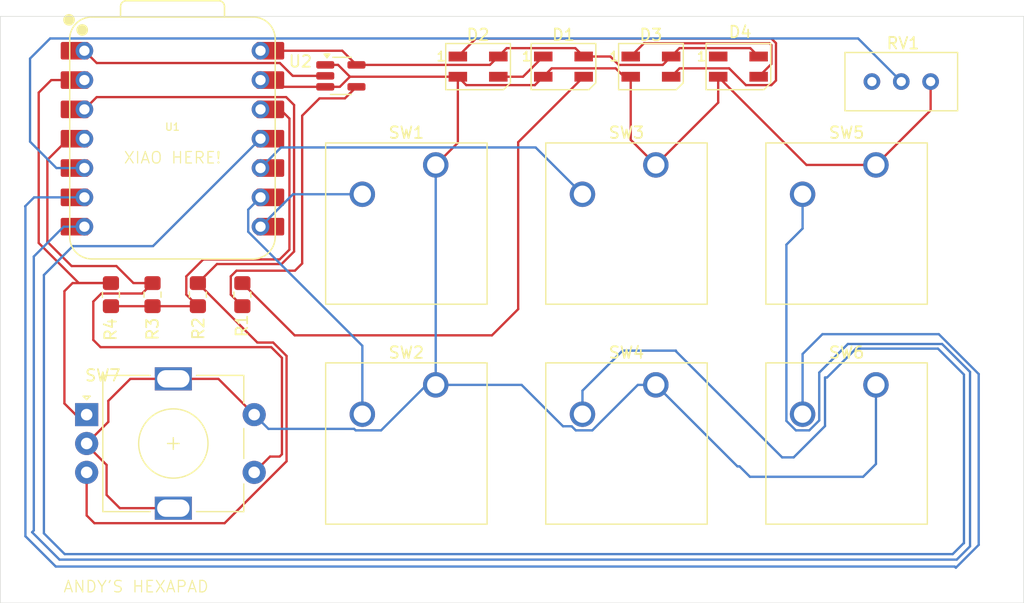
<source format=kicad_pcb>
(kicad_pcb (version 20241229) (generator "pcbnew") (generator_version "9.0")
  (layers (0 "F.Cu" signal) (2 "B.Cu" signal) (13 "F.Paste" user) (15 "B.Paste" user) (5 "F.SilkS" user "F.Silkscreen") (7 "B.SilkS" user "B.Silkscreen") (1 "F.Mask" user) (3 "B.Mask" user) (25 "Edge.Cuts" user))
  (net 0 "")
  (net 1 "Net-(D1-DIN)")
  (net 2 "Net-(D1-DOUT)")
  (net 3 "+5V")
  (net 4 "GND")
  (net 5 "Net-(D2-DOUT)")
  (net 6 "Net-(U1-GPIO1{slash}RX)")
  (net 7 "Net-(U1-GPIO2{slash}SCK)")
  (net 8 "Net-(U1-GPIO4{slash}MISO)")
  (net 9 "Net-(U1-GPIO3{slash}MOSI)")
  (net 10 "Net-(D3-DOUT)")
  (net 12 "Net-(R1-Pad2)")
  (net 13 "Net-(U1-GPIO28{slash}ADC2{slash}A2)")
  (net 14 "Net-(U1-3V3)")
  (net 15 "Net-(U1-GPIO29{slash}ADC3{slash}A3)")
  (net 16 "Net-(U1-GPIO27{slash}ADC1{slash}A1)")
  (net 17 "Net-(U1-GPIO6{slash}SDA)")
  (net 18 "+3V3")
  (net 19 "Net-(U1-GPIO0{slash}TX)")
  (net 20 "Net-(U1-GPIO7{slash}SCL)")
  (net 21 "Net-(U1-GPIO26{slash}ADC0{slash}A0)")
  (footprint "LED_SMD:LED_SK6812MINI_PLCC4_3.5x3.5mm_P1.75mm" (layer "F.Cu") (at 140.655 50.7)
    (property "Reference" "D4" (at 0.15 -2.995 0) (layer "F.SilkS"))
    (property "Value" "SK6812MINI")
    (fp_line (start -2.8 -2) (end -2.8 2) (stroke (width 0.12)) (layer "F.SilkS"))
    (fp_line (start -2.8 -2) (end 2.8 -2) (stroke (width 0.12)) (layer "F.SilkS"))
    (fp_line (start -2.8 2) (end 2.2 2) (stroke (width 0.12)) (layer "F.SilkS"))
    (fp_line (start 2.8 1.4) (end 2.2 2) (stroke (width 0.12)) (layer "F.SilkS"))
    (fp_line (start 2.8 1.4) (end 2.8 -2) (stroke (width 0.12)) (layer "F.SilkS"))
    (fp_text user "1" (at -3.2 -0.875 0) (layer "F.SilkS") (effects (font (size 0.8 0.8))))
    (pad "1" smd rect (at -1.75 -0.875) (size 1.6 0.85) (layers "F.Cu" "F.Mask" "F.Paste"))
    (pad "2" smd rect (at -1.75 0.875) (size 1.6 0.85) (layers "F.Cu" "F.Mask" "F.Paste") (net 4 "GND"))
    (pad "3" smd rect (at 1.75 0.875) (size 1.6 0.85) (layers "F.Cu" "F.Mask" "F.Paste") (net 10 "Net-(D3-DOUT)"))
    (pad "4" smd rect (at 1.75 -0.875) (size 1.6 0.85) (layers "F.Cu" "F.Mask" "F.Paste") (net 3 "+5V"))
  )
  (footprint "Button_Switch_Keyboard:SW_Cherry_MX_1.00u_PCB" (layer "F.Cu") (at 133.50875 78.26375)
    (property "Reference" "SW4" (at -2.54 -2.794 0) (layer "F.SilkS"))
    (property "Value" "SW_Push")
    (fp_line (start -9.525 -1.905) (end 4.445 -1.905) (stroke (width 0.12)) (layer "F.SilkS"))
    (fp_line (start -9.525 12.065) (end -9.525 -1.905) (stroke (width 0.12)) (layer "F.SilkS"))
    (fp_line (start 4.445 -1.905) (end 4.445 12.065) (stroke (width 0.12)) (layer "F.SilkS"))
    (fp_line (start 4.445 12.065) (end -9.525 12.065) (stroke (width 0.12)) (layer "F.SilkS"))
    (pad "" np_thru_hole circle (at -7.62 5.08) (size 1.7 1.7) (drill 1.7) (layers "*.Cu" "*.Mask"))
    (pad "" np_thru_hole circle (at -2.54 5.08) (size 4 4) (drill 4) (layers "*.Cu" "*.Mask"))
    (pad "" np_thru_hole circle (at 2.54 5.08) (size 1.7 1.7) (drill 1.7) (layers "*.Cu" "*.Mask"))
    (pad "1" thru_hole circle (at 0 0) (size 2.2 2.2) (drill 1.5) (layers "*.Cu" "*.Mask") (net 4 "GND"))
    (pad "2" thru_hole circle (at -6.35 2.54) (size 2.2 2.2) (drill 1.5) (layers "*.Cu" "*.Mask") (net 9 "Net-(U1-GPIO3{slash}MOSI)"))
  )
  (footprint "Resistor_SMD:R_0805_2012Metric_Pad1.20x1.40mm_HandSolder" (layer "F.Cu") (at 89.95 70.45 -90)
    (property "Reference" "R3" (at 2.98 0 90) (layer "F.SilkS"))
    (property "Value" "10000")
    (fp_line (start -0.227064 0.735) (end 0.227064 0.735) (stroke (width 0.12)) (layer "F.SilkS"))
    (fp_line (start -0.227064 -0.735) (end 0.227064 -0.735) (stroke (width 0.12)) (layer "F.SilkS"))
    (pad "1" smd roundrect (at -1 0 270) (size 1.2 1.4) (layers "F.Cu" "F.Mask" "F.Paste") (roundrect_rratio 0.208333) (net 15 "Net-(U1-GPIO29{slash}ADC3{slash}A3)"))
    (pad "2" smd roundrect (at 1 0 270) (size 1.2 1.4) (layers "F.Cu" "F.Mask" "F.Paste") (roundrect_rratio 0.208333) (net 14 "Net-(U1-3V3)"))
  )
  (footprint "LED_SMD:LED_SK6812MINI_PLCC4_3.5x3.5mm_P1.75mm" (layer "F.Cu") (at 118.125 50.7)
    (property "Reference" "D2" (at 0 -2.75 0) (layer "F.SilkS"))
    (property "Value" "SK6812MINI")
    (fp_line (start -2.8 -2) (end -2.8 2) (stroke (width 0.12)) (layer "F.SilkS"))
    (fp_line (start -2.8 -2) (end 2.8 -2) (stroke (width 0.12)) (layer "F.SilkS"))
    (fp_line (start -2.8 2) (end 2.2 2) (stroke (width 0.12)) (layer "F.SilkS"))
    (fp_line (start 2.8 1.4) (end 2.2 2) (stroke (width 0.12)) (layer "F.SilkS"))
    (fp_line (start 2.8 1.4) (end 2.8 -2) (stroke (width 0.12)) (layer "F.SilkS"))
    (fp_text user "1" (at -3.2 -0.875 0) (layer "F.SilkS") (effects (font (size 0.8 0.8))))
    (pad "1" smd rect (at -1.75 -0.875) (size 1.6 0.85) (layers "F.Cu" "F.Mask" "F.Paste") (net 5 "Net-(D2-DOUT)"))
    (pad "2" smd rect (at -1.75 0.875) (size 1.6 0.85) (layers "F.Cu" "F.Mask" "F.Paste") (net 4 "GND"))
    (pad "3" smd rect (at 1.75 0.875) (size 1.6 0.85) (layers "F.Cu" "F.Mask" "F.Paste") (net 2 "Net-(D1-DOUT)"))
    (pad "4" smd rect (at 1.75 -0.875) (size 1.6 0.85) (layers "F.Cu" "F.Mask" "F.Paste") (net 3 "+5V"))
  )
  (footprint "Resistor_SMD:R_0805_2012Metric_Pad1.20x1.40mm_HandSolder" (layer "F.Cu") (at 97.725 70.45 -90)
    (property "Reference" "R1" (at 2.7 0.04 90) (layer "F.SilkS"))
    (property "Value" "330")
    (fp_line (start -0.227064 0.735) (end 0.227064 0.735) (stroke (width 0.12)) (layer "F.SilkS"))
    (fp_line (start -0.227064 -0.735) (end 0.227064 -0.735) (stroke (width 0.12)) (layer "F.SilkS"))
    (pad "1" smd roundrect (at -1 0 270) (size 1.2 1.4) (layers "F.Cu" "F.Mask" "F.Paste") (roundrect_rratio 0.208333) (net 1 "Net-(D1-DIN)"))
    (pad "2" smd roundrect (at 1 0 270) (size 1.2 1.4) (layers "F.Cu" "F.Mask" "F.Paste") (roundrect_rratio 0.208333) (net 12 "Net-(R1-Pad2)"))
  )
  (footprint "Button_Switch_Keyboard:SW_Cherry_MX_1.00u_PCB" (layer "F.Cu") (at 114.45875 78.26375)
    (property "Reference" "SW2" (at -2.54 -2.794 0) (layer "F.SilkS"))
    (property "Value" "SW_Push")
    (fp_line (start -9.525 -1.905) (end 4.445 -1.905) (stroke (width 0.12)) (layer "F.SilkS"))
    (fp_line (start -9.525 12.065) (end -9.525 -1.905) (stroke (width 0.12)) (layer "F.SilkS"))
    (fp_line (start 4.445 -1.905) (end 4.445 12.065) (stroke (width 0.12)) (layer "F.SilkS"))
    (fp_line (start 4.445 12.065) (end -9.525 12.065) (stroke (width 0.12)) (layer "F.SilkS"))
    (pad "" np_thru_hole circle (at -7.62 5.08) (size 1.7 1.7) (drill 1.7) (layers "*.Cu" "*.Mask"))
    (pad "" np_thru_hole circle (at -2.54 5.08) (size 4 4) (drill 4) (layers "*.Cu" "*.Mask"))
    (pad "" np_thru_hole circle (at 2.54 5.08) (size 1.7 1.7) (drill 1.7) (layers "*.Cu" "*.Mask"))
    (pad "1" thru_hole circle (at 0 0) (size 2.2 2.2) (drill 1.5) (layers "*.Cu" "*.Mask") (net 4 "GND"))
    (pad "2" thru_hole circle (at -6.35 2.54) (size 2.2 2.2) (drill 1.5) (layers "*.Cu" "*.Mask") (net 7 "Net-(U1-GPIO2{slash}SCK)"))
  )
  (footprint "Button_Switch_Keyboard:SW_Cherry_MX_1.00u_PCB" (layer "F.Cu") (at 114.45875 59.21375)
    (property "Reference" "SW1" (at -2.54 -2.794 0) (layer "F.SilkS"))
    (property "Value" "SW_Push")
    (fp_line (start -9.525 -1.905) (end 4.445 -1.905) (stroke (width 0.12)) (layer "F.SilkS"))
    (fp_line (start -9.525 12.065) (end -9.525 -1.905) (stroke (width 0.12)) (layer "F.SilkS"))
    (fp_line (start 4.445 -1.905) (end 4.445 12.065) (stroke (width 0.12)) (layer "F.SilkS"))
    (fp_line (start 4.445 12.065) (end -9.525 12.065) (stroke (width 0.12)) (layer "F.SilkS"))
    (pad "" np_thru_hole circle (at -7.62 5.08) (size 1.7 1.7) (drill 1.7) (layers "*.Cu" "*.Mask"))
    (pad "" np_thru_hole circle (at -2.54 5.08) (size 4 4) (drill 4) (layers "*.Cu" "*.Mask"))
    (pad "" np_thru_hole circle (at 2.54 5.08) (size 1.7 1.7) (drill 1.7) (layers "*.Cu" "*.Mask"))
    (pad "1" thru_hole circle (at 0 0) (size 2.2 2.2) (drill 1.5) (layers "*.Cu" "*.Mask") (net 4 "GND"))
    (pad "2" thru_hole circle (at -6.35 2.54) (size 2.2 2.2) (drill 1.5) (layers "*.Cu" "*.Mask") (net 6 "Net-(U1-GPIO1{slash}RX)"))
  )
  (footprint "Rotary_Encoder:RotaryEncoder_Alps_EC11E-Switch_Vertical_H20mm" (layer "F.Cu") (at 84.25 80.84375)
    (property "Reference" "SW7" (at 1.4 -3.4 0) (layer "F.SilkS"))
    (property "Value" "RotaryEncoder_Switch_MP")
    (fp_line (start -0.3 -1.6) (end 0.3 -1.6) (stroke (width 0.12)) (layer "F.SilkS"))
    (fp_line (start 0 -1.3) (end -0.3 -1.6) (stroke (width 0.12)) (layer "F.SilkS"))
    (fp_line (start 0.3 -1.6) (end 0 -1.3) (stroke (width 0.12)) (layer "F.SilkS"))
    (fp_line (start 1.4 -3.4) (end 1.4 8.4) (stroke (width 0.12)) (layer "F.SilkS"))
    (fp_line (start 5.5 -3.4) (end 1.4 -3.4) (stroke (width 0.12)) (layer "F.SilkS"))
    (fp_line (start 5.5 8.4) (end 1.4 8.4) (stroke (width 0.12)) (layer "F.SilkS"))
    (fp_line (start 7 2.5) (end 8 2.5) (stroke (width 0.12)) (layer "F.SilkS"))
    (fp_line (start 7.5 2) (end 7.5 3) (stroke (width 0.12)) (layer "F.SilkS"))
    (fp_line (start 9.5 -3.4) (end 13.6 -3.4) (stroke (width 0.12)) (layer "F.SilkS"))
    (fp_line (start 13.6 -3.4) (end 13.6 -1) (stroke (width 0.12)) (layer "F.SilkS"))
    (fp_line (start 13.6 1.2) (end 13.6 3.8) (stroke (width 0.12)) (layer "F.SilkS"))
    (fp_line (start 13.6 6) (end 13.6 8.4) (stroke (width 0.12)) (layer "F.SilkS"))
    (fp_line (start 13.6 8.4) (end 9.5 8.4) (stroke (width 0.12)) (layer "F.SilkS"))
    (fp_circle (center 7.5 2.5) (end 10.5 2.5) (stroke (width 0.12)) (fill no) (layer "F.SilkS"))
    (pad "A" thru_hole rect (at 0 0) (size 2 2) (drill 1) (layers "*.Cu" "*.Mask") (net 16 "Net-(U1-GPIO27{slash}ADC1{slash}A1)"))
    (pad "B" thru_hole circle (at 0 5) (size 2 2) (drill 1) (layers "*.Cu" "*.Mask") (net 13 "Net-(U1-GPIO28{slash}ADC2{slash}A2)"))
    (pad "C" thru_hole circle (at 0 2.5) (size 2 2) (drill 1) (layers "*.Cu" "*.Mask") (net 4 "GND"))
    (pad "MP" thru_hole rect (at 7.5 -3.1) (size 3.2 2) (drill oval 2.8 1.5) (layers "*.Cu" "*.Mask") (net 4 "GND"))
    (pad "MP" thru_hole rect (at 7.5 8.1) (size 3.2 2) (drill oval 2.8 1.5) (layers "*.Cu" "*.Mask") (net 4 "GND"))
    (pad "S1" thru_hole circle (at 14.5 5) (size 2 2) (drill 1) (layers "*.Cu" "*.Mask") (net 15 "Net-(U1-GPIO29{slash}ADC3{slash}A3)"))
    (pad "S2" thru_hole circle (at 14.5 0) (size 2 2) (drill 1) (layers "*.Cu" "*.Mask") (net 4 "GND"))
  )
  (footprint "Resistor_SMD:R_0805_2012Metric_Pad1.20x1.40mm_HandSolder" (layer "F.Cu") (at 86.35 70.45 -90)
    (property "Reference" "R4" (at 3.02 0.03 90) (layer "F.SilkS"))
    (property "Value" "10000")
    (fp_line (start -0.227064 0.735) (end 0.227064 0.735) (stroke (width 0.12)) (layer "F.SilkS"))
    (fp_line (start -0.227064 -0.735) (end 0.227064 -0.735) (stroke (width 0.12)) (layer "F.SilkS"))
    (pad "1" smd roundrect (at -1 0 270) (size 1.2 1.4) (layers "F.Cu" "F.Mask" "F.Paste") (roundrect_rratio 0.208333) (net 16 "Net-(U1-GPIO27{slash}ADC1{slash}A1)"))
    (pad "2" smd roundrect (at 1 0 270) (size 1.2 1.4) (layers "F.Cu" "F.Mask" "F.Paste") (roundrect_rratio 0.208333) (net 14 "Net-(U1-3V3)"))
  )
  (footprint "LED_SMD:LED_SK6812MINI_PLCC4_3.5x3.5mm_P1.75mm" (layer "F.Cu") (at 125.515 50.7)
    (property "Reference" "D1" (at 0 -2.75 0) (layer "F.SilkS"))
    (property "Value" "SK6812MINI")
    (fp_line (start -2.8 -2) (end -2.8 2) (stroke (width 0.12)) (layer "F.SilkS"))
    (fp_line (start -2.8 -2) (end 2.8 -2) (stroke (width 0.12)) (layer "F.SilkS"))
    (fp_line (start -2.8 2) (end 2.2 2) (stroke (width 0.12)) (layer "F.SilkS"))
    (fp_line (start 2.8 1.4) (end 2.2 2) (stroke (width 0.12)) (layer "F.SilkS"))
    (fp_line (start 2.8 1.4) (end 2.8 -2) (stroke (width 0.12)) (layer "F.SilkS"))
    (fp_text user "1" (at -3.2 -0.875 0) (layer "F.SilkS") (effects (font (size 0.8 0.8))))
    (pad "1" smd rect (at -1.75 -0.875) (size 1.6 0.85) (layers "F.Cu" "F.Mask" "F.Paste") (net 2 "Net-(D1-DOUT)"))
    (pad "2" smd rect (at -1.75 0.875) (size 1.6 0.85) (layers "F.Cu" "F.Mask" "F.Paste") (net 4 "GND"))
    (pad "3" smd rect (at 1.75 0.875) (size 1.6 0.85) (layers "F.Cu" "F.Mask" "F.Paste") (net 1 "Net-(D1-DIN)"))
    (pad "4" smd rect (at 1.75 -0.875) (size 1.6 0.85) (layers "F.Cu" "F.Mask" "F.Paste") (net 3 "+5V"))
  )
  (footprint "Package_TO_SOT_SMD:SOT-23-5_HandSoldering" (layer "F.Cu") (at 106.25 51.5)
    (property "Reference" "U2" (at -3.5 -1.25 0) (layer "F.SilkS"))
    (property "Value" "74AHCT1G125")
    (fp_line (start -0.9 1.61) (end 0.9 1.61) (stroke (width 0.12)) (layer "F.SilkS"))
    (fp_line (start 0.1 -1.61) (end -0.7 -1.61) (stroke (width 0.12)) (layer "F.SilkS"))
    (fp_line (start 0.1 -1.61) (end 0.9 -1.61) (stroke (width 0.12)) (layer "F.SilkS"))
    (fp_poly (pts (xy -1.2 -1.56) (xy -1.44 -1.89) (xy -0.96 -1.89) (xy -1.2 -1.56)) (stroke (width 0.12)) (fill yes) (layer "F.SilkS"))
    (pad "1" smd roundrect (at -1.35 -0.95) (size 1.56 0.65) (layers "F.Cu" "F.Mask" "F.Paste") (net 4 "GND"))
    (pad "2" smd roundrect (at -1.35 0) (size 1.56 0.65) (layers "F.Cu" "F.Mask" "F.Paste") (net 21 "Net-(U1-GPIO26{slash}ADC0{slash}A0)"))
    (pad "3" smd roundrect (at -1.35 0.95) (size 1.56 0.65) (layers "F.Cu" "F.Mask" "F.Paste") (net 4 "GND"))
    (pad "4" smd roundrect (at 1.35 0.95) (size 1.56 0.65) (layers "F.Cu" "F.Mask" "F.Paste") (net 12 "Net-(R1-Pad2)"))
    (pad "5" smd roundrect (at 1.35 -0.95) (size 1.56 0.65) (layers "F.Cu" "F.Mask" "F.Paste") (net 3 "+5V"))
  )
  (footprint "Resistor_SMD:R_0805_2012Metric_Pad1.20x1.40mm_HandSolder" (layer "F.Cu") (at 93.875 70.45 -90)
    (property "Reference" "R2" (at 2.94 -0.04 90) (layer "F.SilkS"))
    (property "Value" "10000")
    (fp_line (start -0.227064 0.735) (end 0.227064 0.735) (stroke (width 0.12)) (layer "F.SilkS"))
    (fp_line (start -0.227064 -0.735) (end 0.227064 -0.735) (stroke (width 0.12)) (layer "F.SilkS"))
    (pad "1" smd roundrect (at -1 0 270) (size 1.2 1.4) (layers "F.Cu" "F.Mask" "F.Paste") (roundrect_rratio 0.208333) (net 13 "Net-(U1-GPIO28{slash}ADC2{slash}A2)"))
    (pad "2" smd roundrect (at 1 0 270) (size 1.2 1.4) (layers "F.Cu" "F.Mask" "F.Paste") (roundrect_rratio 0.208333) (net 14 "Net-(U1-3V3)"))
  )
  (footprint "Potentiometer_THT:Potentiometer_Bourns_3296W_Vertical" (layer "F.Cu") (at 157.29 51.995)
    (property "Reference" "RV1" (at -2.39 -3.32 0) (layer "F.SilkS"))
    (property "Value" "R_Potentiometer")
    (fp_line (start -7.415 -2.52) (end -7.415 2.53) (stroke (width 0.12)) (layer "F.SilkS"))
    (fp_line (start -7.415 -2.52) (end 2.335 -2.52) (stroke (width 0.12)) (layer "F.SilkS"))
    (fp_line (start -7.415 2.53) (end 2.335 2.53) (stroke (width 0.12)) (layer "F.SilkS"))
    (fp_line (start 2.335 -2.52) (end 2.335 2.53) (stroke (width 0.12)) (layer "F.SilkS"))
    (pad "1" thru_hole circle (at 0 0) (size 1.44 1.44) (drill 0.8) (layers "*.Cu" "*.Mask") (net 4 "GND"))
    (pad "2" thru_hole circle (at -2.54 0) (size 1.44 1.44) (drill 0.8) (layers "*.Cu" "*.Mask") (net 17 "Net-(U1-GPIO6{slash}SDA)"))
    (pad "3" thru_hole circle (at -5.08 0) (size 1.44 1.44) (drill 0.8) (layers "*.Cu" "*.Mask") (net 18 "+3V3"))
  )
  (footprint "Button_Switch_Keyboard:SW_Cherry_MX_1.00u_PCB" (layer "F.Cu") (at 152.55875 78.26375)
    (property "Reference" "SW6" (at -2.54 -2.794 0) (layer "F.SilkS"))
    (property "Value" "SW_Push")
    (fp_line (start -9.525 -1.905) (end 4.445 -1.905) (stroke (width 0.12)) (layer "F.SilkS"))
    (fp_line (start -9.525 12.065) (end -9.525 -1.905) (stroke (width 0.12)) (layer "F.SilkS"))
    (fp_line (start 4.445 -1.905) (end 4.445 12.065) (stroke (width 0.12)) (layer "F.SilkS"))
    (fp_line (start 4.445 12.065) (end -9.525 12.065) (stroke (width 0.12)) (layer "F.SilkS"))
    (pad "" np_thru_hole circle (at -7.62 5.08) (size 1.7 1.7) (drill 1.7) (layers "*.Cu" "*.Mask"))
    (pad "" np_thru_hole circle (at -2.54 5.08) (size 4 4) (drill 4) (layers "*.Cu" "*.Mask"))
    (pad "" np_thru_hole circle (at 2.54 5.08) (size 1.7 1.7) (drill 1.7) (layers "*.Cu" "*.Mask"))
    (pad "1" thru_hole circle (at 0 0) (size 2.2 2.2) (drill 1.5) (layers "*.Cu" "*.Mask") (net 4 "GND"))
    (pad "2" thru_hole circle (at -6.35 2.54) (size 2.2 2.2) (drill 1.5) (layers "*.Cu" "*.Mask") (net 20 "Net-(U1-GPIO7{slash}SCL)"))
  )
  (footprint "OPL:XIAO-RP2040-DIP" (layer "F.Cu") (at 91.675 56.9435)
    (property "Reference" "U1" (at 0 -1.0185 0) (layer "F.SilkS") (effects (font (size 0.635 0.635) (thickness 0.1016))))
    (property "Value" "XIAO-RP2040-DIP")
    (fp_line (start -8.89 8.509) (end -8.89 -8.636) (stroke (width 0.127)) (layer "F.SilkS"))
    (fp_line (start -6.985 10.414) (end 6.985 10.414) (stroke (width 0.127)) (layer "F.SilkS"))
    (fp_line (start -4.495 -10.541) (end -4.491272 -11.451272) (stroke (width 0.127)) (layer "F.SilkS"))
    (fp_line (start -3.991272 -11.951) (end 4.004 -11.951) (stroke (width 0.127)) (layer "F.SilkS"))
    (fp_line (start 4.504 -11.451) (end 4.504 -10.541) (stroke (width 0.127)) (layer "F.SilkS"))
    (fp_line (start 6.985 -10.541) (end -6.985 -10.541) (stroke (width 0.1)) (layer "F.SilkS"))
    (fp_line (start 6.985 -10.541) (end -6.985 -10.541) (stroke (width 0.127)) (layer "F.SilkS"))
    (fp_line (start 8.89 8.509) (end 8.89 -8.636) (stroke (width 0.127)) (layer "F.SilkS"))
    (fp_arc (start -8.89 -8.636) (mid -8.332038 -9.983038) (end -6.985 -10.541) (stroke (width 0.127)) (layer "F.SilkS"))
    (fp_arc (start -6.985 10.414) (mid -8.332038 9.856038) (end -8.89 8.509) (stroke (width 0.127)) (layer "F.SilkS"))
    (fp_arc (start -4.491272 -11.451272) (mid -4.344728 -11.80464) (end -3.991272 -11.951) (stroke (width 0.127)) (layer "F.SilkS"))
    (fp_arc (start 4.004 -11.951) (mid 4.357553 -11.804553) (end 4.504 -11.451) (stroke (width 0.127)) (layer "F.SilkS"))
    (fp_arc (start 6.985 -10.541) (mid 8.332038 -9.983038) (end 8.89 -8.636) (stroke (width 0.127)) (layer "F.SilkS"))
    (fp_arc (start 8.89 8.509) (mid 8.332038 9.856038) (end 6.985 10.414) (stroke (width 0.127)) (layer "F.SilkS"))
    (fp_circle (center -8.95 -10.3) (end -8.95 -10.554) (stroke (width 0.5)) (fill yes) (layer "F.SilkS"))
    (fp_circle (center -7.807 -9.42) (end -7.807 -9.674) (stroke (width 0.5)) (fill yes) (layer "F.SilkS"))
    (pad "1" smd roundrect (at -8.455 -7.62 180) (size 2.432 1.524) (layers "F.Cu" "F.Mask") (roundrect_rratio 0.1) (net 21 "Net-(U1-GPIO26{slash}ADC0{slash}A0)"))
    (pad "1" thru_hole circle (at -7.62 -7.62 180) (size 1.524 1.524) (drill 0.889) (layers "*.Cu" "*.Mask") (net 21 "Net-(U1-GPIO26{slash}ADC0{slash}A0)"))
    (pad "2" smd roundrect (at -8.455 -5.08 180) (size 2.432 1.524) (layers "F.Cu" "F.Mask") (roundrect_rratio 0.1) (net 16 "Net-(U1-GPIO27{slash}ADC1{slash}A1)"))
    (pad "2" thru_hole circle (at -7.62 -5.08 180) (size 1.524 1.524) (drill 0.889) (layers "*.Cu" "*.Mask") (net 16 "Net-(U1-GPIO27{slash}ADC1{slash}A1)"))
    (pad "3" smd roundrect (at -8.455 -2.54 180) (size 2.432 1.524) (layers "F.Cu" "F.Mask") (roundrect_rratio 0.1) (net 13 "Net-(U1-GPIO28{slash}ADC2{slash}A2)"))
    (pad "3" thru_hole circle (at -7.62 -2.54 180) (size 1.524 1.524) (drill 0.889) (layers "*.Cu" "*.Mask") (net 13 "Net-(U1-GPIO28{slash}ADC2{slash}A2)"))
    (pad "4" smd roundrect (at -8.455 0 180) (size 2.432 1.524) (layers "F.Cu" "F.Mask") (roundrect_rratio 0.1) (net 15 "Net-(U1-GPIO29{slash}ADC3{slash}A3)"))
    (pad "4" thru_hole circle (at -7.62 0 180) (size 1.524 1.524) (drill 0.889) (layers "*.Cu" "*.Mask") (net 15 "Net-(U1-GPIO29{slash}ADC3{slash}A3)"))
    (pad "5" smd roundrect (at -8.455 2.54 180) (size 2.432 1.524) (layers "F.Cu" "F.Mask") (roundrect_rratio 0.1) (net 17 "Net-(U1-GPIO6{slash}SDA)"))
    (pad "5" thru_hole circle (at -7.62 2.54 180) (size 1.524 1.524) (drill 0.889) (layers "*.Cu" "*.Mask") (net 17 "Net-(U1-GPIO6{slash}SDA)"))
    (pad "6" smd roundrect (at -8.455 5.08 180) (size 2.432 1.524) (layers "F.Cu" "F.Mask") (roundrect_rratio 0.1) (net 20 "Net-(U1-GPIO7{slash}SCL)"))
    (pad "6" thru_hole circle (at -7.62 5.08 180) (size 1.524 1.524) (drill 0.889) (layers "*.Cu" "*.Mask") (net 20 "Net-(U1-GPIO7{slash}SCL)"))
    (pad "7" smd roundrect (at -8.455 7.62 180) (size 2.432 1.524) (layers "F.Cu" "F.Mask") (roundrect_rratio 0.1) (net 19 "Net-(U1-GPIO0{slash}TX)"))
    (pad "7" thru_hole circle (at -7.62 7.62 180) (size 1.524 1.524) (drill 0.889) (layers "*.Cu" "*.Mask") (net 19 "Net-(U1-GPIO0{slash}TX)"))
    (pad "8" thru_hole circle (at 7.62 7.62) (size 1.524 1.524) (drill 0.889) (layers "*.Cu" "*.Mask") (net 6 "Net-(U1-GPIO1{slash}RX)"))
    (pad "8" smd roundrect (at 8.455 7.62) (size 2.432 1.524) (layers "F.Cu" "F.Mask") (roundrect_rratio 0.1) (net 6 "Net-(U1-GPIO1{slash}RX)"))
    (pad "9" thru_hole circle (at 7.62 5.08) (size 1.524 1.524) (drill 0.889) (layers "*.Cu" "*.Mask") (net 7 "Net-(U1-GPIO2{slash}SCK)"))
    (pad "9" smd roundrect (at 8.455 5.08) (size 2.432 1.524) (layers "F.Cu" "F.Mask") (roundrect_rratio 0.1) (net 7 "Net-(U1-GPIO2{slash}SCK)"))
    (pad "10" thru_hole circle (at 7.62 2.54) (size 1.524 1.524) (drill 0.889) (layers "*.Cu" "*.Mask") (net 8 "Net-(U1-GPIO4{slash}MISO)"))
    (pad "10" smd roundrect (at 8.455 2.54) (size 2.432 1.524) (layers "F.Cu" "F.Mask") (roundrect_rratio 0.1) (net 8 "Net-(U1-GPIO4{slash}MISO)"))
    (pad "11" thru_hole circle (at 7.62 0) (size 1.524 1.524) (drill 0.889) (layers "*.Cu" "*.Mask") (net 9 "Net-(U1-GPIO3{slash}MOSI)"))
    (pad "11" smd roundrect (at 8.455 0) (size 2.432 1.524) (layers "F.Cu" "F.Mask") (roundrect_rratio 0.1) (net 9 "Net-(U1-GPIO3{slash}MOSI)"))
    (pad "12" thru_hole circle (at 7.62 -2.54) (size 1.524 1.524) (drill 0.889) (layers "*.Cu" "*.Mask") (net 14 "Net-(U1-3V3)"))
    (pad "12" smd roundrect (at 8.455 -2.54) (size 2.432 1.524) (layers "F.Cu" "F.Mask") (roundrect_rratio 0.1) (net 14 "Net-(U1-3V3)"))
    (pad "13" thru_hole circle (at 7.62 -5.08) (size 1.524 1.524) (drill 0.889) (layers "*.Cu" "*.Mask") (net 4 "GND"))
    (pad "13" smd roundrect (at 8.455 -5.08) (size 2.432 1.524) (layers "F.Cu" "F.Mask") (roundrect_rratio 0.1) (net 4 "GND"))
    (pad "14" thru_hole circle (at 7.62 -7.62) (size 1.524 1.524) (drill 0.889) (layers "*.Cu" "*.Mask") (net 3 "+5V"))
    (pad "14" smd roundrect (at 8.455 -7.62) (size 2.432 1.524) (layers "F.Cu" "F.Mask") (roundrect_rratio 0.1) (net 3 "+5V"))
  )
  (footprint "Button_Switch_Keyboard:SW_Cherry_MX_1.00u_PCB" (layer "F.Cu") (at 152.55875 59.21375)
    (property "Reference" "SW5" (at -2.54 -2.794 0) (layer "F.SilkS"))
    (property "Value" "SW_Push")
    (fp_line (start -9.525 -1.905) (end 4.445 -1.905) (stroke (width 0.12)) (layer "F.SilkS"))
    (fp_line (start -9.525 12.065) (end -9.525 -1.905) (stroke (width 0.12)) (layer "F.SilkS"))
    (fp_line (start 4.445 -1.905) (end 4.445 12.065) (stroke (width 0.12)) (layer "F.SilkS"))
    (fp_line (start 4.445 12.065) (end -9.525 12.065) (stroke (width 0.12)) (layer "F.SilkS"))
    (pad "" np_thru_hole circle (at -7.62 5.08) (size 1.7 1.7) (drill 1.7) (layers "*.Cu" "*.Mask"))
    (pad "" np_thru_hole circle (at -2.54 5.08) (size 4 4) (drill 4) (layers "*.Cu" "*.Mask"))
    (pad "" np_thru_hole circle (at 2.54 5.08) (size 1.7 1.7) (drill 1.7) (layers "*.Cu" "*.Mask"))
    (pad "1" thru_hole circle (at 0 0) (size 2.2 2.2) (drill 1.5) (layers "*.Cu" "*.Mask") (net 4 "GND"))
    (pad "2" thru_hole circle (at -6.35 2.54) (size 2.2 2.2) (drill 1.5) (layers "*.Cu" "*.Mask") (net 19 "Net-(U1-GPIO0{slash}TX)"))
  )
  (footprint "Button_Switch_Keyboard:SW_Cherry_MX_1.00u_PCB" (layer "F.Cu") (at 133.50875 59.21375)
    (property "Reference" "SW3" (at -2.54 -2.794 0) (layer "F.SilkS"))
    (property "Value" "SW_Push")
    (fp_line (start -9.525 -1.905) (end 4.445 -1.905) (stroke (width 0.12)) (layer "F.SilkS"))
    (fp_line (start -9.525 12.065) (end -9.525 -1.905) (stroke (width 0.12)) (layer "F.SilkS"))
    (fp_line (start 4.445 -1.905) (end 4.445 12.065) (stroke (width 0.12)) (layer "F.SilkS"))
    (fp_line (start 4.445 12.065) (end -9.525 12.065) (stroke (width 0.12)) (layer "F.SilkS"))
    (pad "" np_thru_hole circle (at -7.62 5.08) (size 1.7 1.7) (drill 1.7) (layers "*.Cu" "*.Mask"))
    (pad "" np_thru_hole circle (at -2.54 5.08) (size 4 4) (drill 4) (layers "*.Cu" "*.Mask"))
    (pad "" np_thru_hole circle (at 2.54 5.08) (size 1.7 1.7) (drill 1.7) (layers "*.Cu" "*.Mask"))
    (pad "1" thru_hole circle (at 0 0) (size 2.2 2.2) (drill 1.5) (layers "*.Cu" "*.Mask") (net 4 "GND"))
    (pad "2" thru_hole circle (at -6.35 2.54) (size 2.2 2.2) (drill 1.5) (layers "*.Cu" "*.Mask") (net 8 "Net-(U1-GPIO4{slash}MISO)"))
  )
  (footprint "LED_SMD:LED_SK6812MINI_PLCC4_3.5x3.5mm_P1.75mm" (layer "F.Cu") (at 133.085 50.7)
    (property "Reference" "D3" (at 0 -2.75 0) (layer "F.SilkS"))
    (property "Value" "SK6812MINI")
    (fp_line (start -2.8 -2) (end -2.8 2) (stroke (width 0.12)) (layer "F.SilkS"))
    (fp_line (start -2.8 -2) (end 2.8 -2) (stroke (width 0.12)) (layer "F.SilkS"))
    (fp_line (start -2.8 2) (end 2.2 2) (stroke (width 0.12)) (layer "F.SilkS"))
    (fp_line (start 2.8 1.4) (end 2.2 2) (stroke (width 0.12)) (layer "F.SilkS"))
    (fp_line (start 2.8 1.4) (end 2.8 -2) (stroke (width 0.12)) (layer "F.SilkS"))
    (fp_text user "1" (at -3.2 -0.875 0) (layer "F.SilkS") (effects (font (size 0.8 0.8))))
    (pad "1" smd rect (at -1.75 -0.875) (size 1.6 0.85) (layers "F.Cu" "F.Mask" "F.Paste") (net 10 "Net-(D3-DOUT)"))
    (pad "2" smd rect (at -1.75 0.875) (size 1.6 0.85) (layers "F.Cu" "F.Mask" "F.Paste") (net 4 "GND"))
    (pad "3" smd rect (at 1.75 0.875) (size 1.6 0.85) (layers "F.Cu" "F.Mask" "F.Paste") (net 5 "Net-(D2-DOUT)"))
    (pad "4" smd rect (at 1.75 -0.875) (size 1.6 0.85) (layers "F.Cu" "F.Mask" "F.Paste") (net 3 "+5V"))
  )
  (gr_rect (start 76.775 46.35) (end 165.35 97.15) (stroke (width 0.05)) (fill no) (layer "Edge.Cuts"))
  (gr_text "ANDY'S HEXAPAD" (at 82.175 96.325 0) (layer "F.SilkS") (effects (font (size 1 1) (thickness 0.1)) (justify left bottom)))
  (gr_text "XIAO HERE!" (at 87.4 59.175 0) (layer "F.SilkS") (effects (font (size 1 1) (thickness 0.1)) (justify left bottom)))
  (segment (start 119.325 73.975) (end 102.25 73.975) (width 0.2) (layer "F.Cu") (net 1))
  (segment (start 102.25 73.975) (end 97.725 69.45) (width 0.2) (layer "F.Cu") (net 1))
  (segment (start 127.265 51.575) (end 121.595 57.245) (width 0.2) (layer "F.Cu") (net 1))
  (segment (start 121.595 57.245) (end 121.595 71.705) (width 0.2) (layer "F.Cu") (net 1))
  (segment (start 121.595 71.705) (end 119.325 73.975) (width 0.2) (layer "F.Cu") (net 1))
  (segment (start 119.875 51.575) (end 122.015 51.575) (width 0.2) (layer "F.Cu") (net 2))
  (segment (start 122.015 51.575) (end 123.765 49.825) (width 0.2) (layer "F.Cu") (net 2))
  (segment (start 129.575 49.825) (end 130.301 50.551) (width 0.2) (layer "F.Cu") (net 3))
  (segment (start 141.679 49.099) (end 142.405 49.825) (width 0.2) (layer "F.Cu") (net 3))
  (segment (start 127.265 49.825) (end 129.575 49.825) (width 0.2) (layer "F.Cu") (net 3))
  (segment (start 106.3735 49.3235) (end 99.295 49.3235) (width 0.2) (layer "F.Cu") (net 3))
  (segment (start 119.15 50.55) (end 107.6 50.55) (width 0.2) (layer "F.Cu") (net 3))
  (segment (start 126.539 49.099) (end 127.265 49.825) (width 0.2) (layer "F.Cu") (net 3))
  (segment (start 119.875 49.825) (end 119.15 50.55) (width 0.2) (layer "F.Cu") (net 3))
  (segment (start 134.835 49.825) (end 135.561 49.099) (width 0.2) (layer "F.Cu") (net 3))
  (segment (start 119.875 49.825) (end 120.601 49.099) (width 0.2) (layer "F.Cu") (net 3))
  (segment (start 120.601 49.099) (end 126.539 49.099) (width 0.2) (layer "F.Cu") (net 3))
  (segment (start 130.301 50.551) (end 134.109 50.551) (width 0.2) (layer "F.Cu") (net 3))
  (segment (start 107.6 50.55) (end 106.3735 49.3235) (width 0.2) (layer "F.Cu") (net 3))
  (segment (start 135.561 49.099) (end 141.679 49.099) (width 0.2) (layer "F.Cu") (net 3))
  (segment (start 134.109 50.551) (end 134.835 49.825) (width 0.2) (layer "F.Cu") (net 3))
  (segment (start 84.25 83.47335) (end 84.25 83.34375) (width 0.2) (layer "F.Cu") (net 4))
  (segment (start 146.54375 59.21375) (end 152.55875 59.21375) (width 0.2) (layer "F.Cu") (net 4))
  (segment (start 100.7165 52.45) (end 100.13 51.8635) (width 0.2) (layer "F.Cu") (net 4))
  (segment (start 138.905 53.8175) (end 133.50875 59.21375) (width 0.2) (layer "F.Cu") (net 4))
  (segment (start 107.03501 51.575) (end 106.16001 52.45) (width 0.2) (layer "F.Cu") (net 4))
  (segment (start 85.975 85.19835) (end 84.25 83.47335) (width 0.2) (layer "F.Cu") (net 4))
  (segment (start 117.101 52.301) (end 116.375 51.575) (width 0.2) (layer "F.Cu") (net 4))
  (segment (start 104.9 52.45) (end 100.7165 52.45) (width 0.2) (layer "F.Cu") (net 4))
  (segment (start 131.335 51.575) (end 131.335 57.04) (width 0.2) (layer "F.Cu") (net 4))
  (segment (start 104.9 50.55) (end 106.01001 50.55) (width 0.2) (layer "F.Cu") (net 4))
  (segment (start 123.765 51.575) (end 124.491 50.849) (width 0.2) (layer "F.Cu") (net 4))
  (segment (start 123.765 51.575) (end 123.039 52.301) (width 0.2) (layer "F.Cu") (net 4))
  (segment (start 91.75 88.94375) (end 87.11875 88.94375) (width 0.2) (layer "F.Cu") (net 4))
  (segment (start 86.125 79.65) (end 88.03125 77.74375) (width 0.2) (layer "F.Cu") (net 4))
  (segment (start 87.11875 88.94375) (end 85.975 87.8) (width 0.2) (layer "F.Cu") (net 4))
  (segment (start 95.65 77.74375) (end 98.75 80.84375) (width 0.2) (layer "F.Cu") (net 4))
  (segment (start 138.905 51.575) (end 146.54375 59.21375) (width 0.2) (layer "F.Cu") (net 4))
  (segment (start 130.0319 50.849) (end 130.7579 51.575) (width 0.2) (layer "F.Cu") (net 4))
  (segment (start 88.03125 77.74375) (end 91.75 77.74375) (width 0.2) (layer "F.Cu") (net 4))
  (segment (start 123.039 52.301) (end 117.101 52.301) (width 0.2) (layer "F.Cu") (net 4))
  (segment (start 91.75 77.74375) (end 95.65 77.74375) (width 0.2) (layer "F.Cu") (net 4))
  (segment (start 152.55875 59.21375) (end 157.29 54.4825) (width 0.2) (layer "F.Cu") (net 4))
  (segment (start 84.25 83.34375) (end 86.125 81.46875) (width 0.2) (layer "F.Cu") (net 4))
  (segment (start 157.29 54.4825) (end 157.29 51.995) (width 0.2) (layer "F.Cu") (net 4))
  (segment (start 138.905 51.575) (end 138.905 53.8175) (width 0.2) (layer "F.Cu") (net 4))
  (segment (start 124.491 50.849) (end 130.0319 50.849) (width 0.2) (layer "F.Cu") (net 4))
  (segment (start 131.335 57.04) (end 133.50875 59.21375) (width 0.2) (layer "F.Cu") (net 4))
  (segment (start 106.16001 52.45) (end 104.9 52.45) (width 0.2) (layer "F.Cu") (net 4))
  (segment (start 116.375 51.575) (end 107.03501 51.575) (width 0.2) (layer "F.Cu") (net 4))
  (segment (start 86.125 81.46875) (end 86.125 79.65) (width 0.2) (layer "F.Cu") (net 4))
  (segment (start 85.975 87.8) (end 85.975 85.19835) (width 0.2) (layer "F.Cu") (net 4))
  (segment (start 116.375 57.2975) (end 114.45875 59.21375) (width 0.2) (layer "F.Cu") (net 4))
  (segment (start 130.7579 51.575) (end 131.335 51.575) (width 0.2) (layer "F.Cu") (net 4))
  (segment (start 106.01001 50.55) (end 107.03501 51.575) (width 0.2) (layer "F.Cu") (net 4))
  (segment (start 116.375 51.575) (end 116.375 57.2975) (width 0.2) (layer "F.Cu") (net 4))
  (segment (start 141.65 86.225) (end 151.45 86.225) (width 0.2) (layer "B.Cu") (net 4))
  (segment (start 121.88875 78.26375) (end 125.475 81.85) (width 0.2) (layer "B.Cu") (net 4))
  (segment (start 151.45 86.225) (end 152.55875 85.11625) (width 0.2) (layer "B.Cu") (net 4))
  (segment (start 114.45875 78.26375) (end 121.88875 78.26375) (width 0.2) (layer "B.Cu") (net 4))
  (segment (start 99.98125 82.075) (end 107.398686 82.075) (width 0.2) (layer "B.Cu") (net 4))
  (segment (start 131.953116 78.26375) (end 133.50875 78.26375) (width 0.2) (layer "B.Cu") (net 4))
  (segment (start 126.223686 81.85) (end 126.578436 82.20475) (width 0.2) (layer "B.Cu") (net 4))
  (segment (start 126.578436 82.20475) (end 128.012116 82.20475) (width 0.2) (layer "B.Cu") (net 4))
  (segment (start 107.398686 82.075) (end 107.528436 82.20475) (width 0.2) (layer "B.Cu") (net 4))
  (segment (start 133.50875 78.26375) (end 140.57 85.325) (width 0.2) (layer "B.Cu") (net 4))
  (segment (start 98.75 80.84375) (end 99.98125 82.075) (width 0.2) (layer "B.Cu") (net 4))
  (segment (start 140.57 85.325) (end 140.75 85.325) (width 0.2) (layer "B.Cu") (net 4))
  (segment (start 113.673934 78.26375) (end 114.45875 78.26375) (width 0.2) (layer "B.Cu") (net 4))
  (segment (start 107.528436 82.20475) (end 109.732934 82.20475) (width 0.2) (layer "B.Cu") (net 4))
  (segment (start 140.75 85.325) (end 141.65 86.225) (width 0.2) (layer "B.Cu") (net 4))
  (segment (start 152.55875 85.11625) (end 152.55875 78.26375) (width 0.2) (layer "B.Cu") (net 4))
  (segment (start 109.732934 82.20475) (end 113.673934 78.26375) (width 0.2) (layer "B.Cu") (net 4))
  (segment (start 151.773934 78.26375) (end 152.55875 78.26375) (width 0.2) (layer "B.Cu") (net 4))
  (segment (start 114.45875 59.21375) (end 114.45875 78.26375) (width 0.2) (layer "B.Cu") (net 4))
  (segment (start 125.475 81.85) (end 126.223686 81.85) (width 0.2) (layer "B.Cu") (net 4))
  (segment (start 128.012116 82.20475) (end 131.953116 78.26375) (width 0.2) (layer "B.Cu") (net 4))
  (segment (start 143.907 51.9) (end 143.907 48.6649) (width 0.2) (layer "F.Cu") (net 5))
  (segment (start 139.852 50.849) (end 141.304 52.301) (width 0.2) (layer "F.Cu") (net 5))
  (segment (start 134.835 51.575) (end 135.561 50.849) (width 0.2) (layer "F.Cu") (net 5))
  (segment (start 141.304 52.301) (end 143.506 52.301) (width 0.2) (layer "F.Cu") (net 5))
  (segment (start 143.506 52.301) (end 143.907 51.9) (width 0.2) (layer "F.Cu") (net 5))
  (segment (start 143.5161 48.274) (end 117.926 48.274) (width 0.2) (layer "F.Cu") (net 5))
  (segment (start 143.907 48.6649) (end 143.5161 48.274) (width 0.2) (layer "F.Cu") (net 5))
  (segment (start 135.561 50.849) (end 139.852 50.849) (width 0.2) (layer "F.Cu") (net 5))
  (segment (start 117.926 48.274) (end 116.375 49.825) (width 0.2) (layer "F.Cu") (net 5))
  (segment (start 102.10475 61.75375) (end 108.10875 61.75375) (width 0.2) (layer "B.Cu") (net 6))
  (segment (start 99.295 64.5635) (end 102.10475 61.75375) (width 0.2) (layer "B.Cu") (net 6))
  (segment (start 98.232 65.00381) (end 98.232 63.0865) (width 0.2) (layer "B.Cu") (net 7))
  (segment (start 108.10875 74.88056) (end 98.232 65.00381) (width 0.2) (layer "B.Cu") (net 7))
  (segment (start 98.232 63.0865) (end 99.295 62.0235) (width 0.2) (layer "B.Cu") (net 7))
  (segment (start 108.10875 80.80375) (end 108.10875 74.88056) (width 0.2) (layer "B.Cu") (net 7))
  (segment (start 99.295 59.4835) (end 101.0785 57.7) (width 0.2) (layer "B.Cu") (net 8))
  (segment (start 101.0785 57.7) (end 123.105 57.7) (width 0.2) (layer "B.Cu") (net 8))
  (segment (start 123.105 57.7) (end 127.15875 61.75375) (width 0.2) (layer "B.Cu") (net 8))
  (segment (start 148.15 77.625) (end 148.15 81.83097) (width 0.2) (layer "B.Cu") (net 9))
  (segment (start 148.325 77.625) (end 148.15 77.625) (width 0.2) (layer "B.Cu") (net 9))
  (segment (start 157.926 75.126) (end 150.826 75.126) (width 0.2) (layer "B.Cu") (net 9))
  (segment (start 80.55 91.125) (end 82.35 92.925) (width 0.2) (layer "B.Cu") (net 9))
  (segment (start 148.15 81.83097) (end 145.43622 84.54475) (width 0.2) (layer "B.Cu") (net 9))
  (segment (start 83.05 66.25) (end 80.55 68.75) (width 0.2) (layer "B.Cu") (net 9))
  (segment (start 135.25 75.3) (end 130.625 75.3) (width 0.2) (layer "B.Cu") (net 9))
  (segment (start 160.175 77.375) (end 157.926 75.126) (width 0.2) (layer "B.Cu") (net 9))
  (segment (start 99.295 56.9435) (end 89.9885 66.25) (width 0.2) (layer "B.Cu") (net 9))
  (segment (start 150.826 75.126) (end 150.825 75.125) (width 0.2) (layer "B.Cu") (net 9))
  (segment (start 160.175 91.975) (end 160.175 77.375) (width 0.2) (layer "B.Cu") (net 9))
  (segment (start 130.625 75.3) (end 127.15875 78.76625) (width 0.2) (layer "B.Cu") (net 9))
  (segment (start 89.9885 66.25) (end 83.05 66.25) (width 0.2) (layer "B.Cu") (net 9))
  (segment (start 150.825 75.125) (end 148.325 77.625) (width 0.2) (layer "B.Cu") (net 9))
  (segment (start 160.15 91.975) (end 160.175 91.975) (width 0.2) (layer "B.Cu") (net 9))
  (segment (start 135.25 75.35347) (end 135.25 75.3) (width 0.2) (layer "B.Cu") (net 9))
  (segment (start 80.55 68.75) (end 80.55 91.125) (width 0.2) (layer "B.Cu") (net 9))
  (segment (start 127.15875 78.76625) (end 127.15875 80.80375) (width 0.2) (layer "B.Cu") (net 9))
  (segment (start 144.44128 84.54475) (end 135.25 75.35347) (width 0.2) (layer "B.Cu") (net 9))
  (segment (start 82.35 92.925) (end 159.2 92.925) (width 0.2) (layer "B.Cu") (net 9))
  (segment (start 159.2 92.925) (end 160.15 91.975) (width 0.2) (layer "B.Cu") (net 9))
  (segment (start 145.43622 84.54475) (end 144.44128 84.54475) (width 0.2) (layer "B.Cu") (net 9))
  (segment (start 143.506 50.474) (end 142.405 51.575) (width 0.2) (layer "F.Cu") (net 10))
  (segment (start 132.485 48.675) (end 143.35 48.675) (width 0.2) (layer "F.Cu") (net 10))
  (segment (start 131.335 49.825) (end 132.485 48.675) (width 0.2) (layer "F.Cu") (net 10))
  (segment (start 143.506 48.831) (end 143.506 50.474) (width 0.2) (layer "F.Cu") (net 10))
  (segment (start 143.35 48.675) (end 143.506 48.831) (width 0.2) (layer "F.Cu") (net 10))
  (segment (start 106.6 53.45) (end 107.6 52.45) (width 0.2) (layer "F.Cu") (net 12))
  (segment (start 102.9 54.95) (end 104.4 53.45) (width 0.2) (layer "F.Cu") (net 12))
  (segment (start 102.275 68.375) (end 102.9 67.75) (width 0.2) (layer "F.Cu") (net 12))
  (segment (start 104.4 53.45) (end 106.6 53.45) (width 0.2) (layer "F.Cu") (net 12))
  (segment (start 96.724 68.86484) (end 97.21384 68.375) (width 0.2) (layer "F.Cu") (net 12))
  (segment (start 102.9 67.75) (end 102.9 54.95) (width 0.2) (layer "F.Cu") (net 12))
  (segment (start 97.21384 68.375) (end 102.275 68.375) (width 0.2) (layer "F.Cu") (net 12))
  (segment (start 97.725 71.45) (end 96.724 70.449) (width 0.2) (layer "F.Cu") (net 12))
  (segment (start 96.724 70.449) (end 96.724 68.86484) (width 0.2) (layer "F.Cu") (net 12))
  (segment (start 101.5155 53.3405) (end 85.118 53.3405) (width 0.2) (layer "F.Cu") (net 13))
  (segment (start 84.25 89.575) (end 84.25 85.84375) (width 0.2) (layer "F.Cu") (net 13))
  (segment (start 102.2 54.025) (end 101.5155 53.3405) (width 0.2) (layer "F.Cu") (net 13))
  (segment (start 99.024 74.599) (end 100.3911 74.599) (width 0.2) (layer "F.Cu") (net 13))
  (segment (start 82.97737 54.4035) (end 84.055 54.4035) (width 0.2) (layer "F.Cu") (net 13))
  (segment (start 102.2 66.7171) (end 102.2 54.025) (width 0.2) (layer "F.Cu") (net 13))
  (segment (start 101.551 75.7589) (end 101.551 84.882642) (width 0.2) (layer "F.Cu") (net 13))
  (segment (start 101.551 84.882642) (end 96.188892 90.24475) (width 0.2) (layer "F.Cu") (net 13))
  (segment (start 84.25 85.84375) (end 84.28125 85.84375) (width 0.2) (layer "F.Cu") (net 13))
  (segment (start 93.875 69.45) (end 95.524 67.801) (width 0.2) (layer "F.Cu") (net 13))
  (segment (start 95.524 67.801) (end 101.1161 67.801) (width 0.2) (layer "F.Cu") (net 13))
  (segment (start 96.188892 90.24475) (end 84.91975 90.24475) (width 0.2) (layer "F.Cu") (net 13))
  (segment (start 84.91975 90.24475) (end 84.25 89.575) (width 0.2) (layer "F.Cu") (net 13))
  (segment (start 101.1161 67.801) (end 102.2 66.7171) (width 0.2) (layer "F.Cu") (net 13))
  (segment (start 94.4441 69.45) (end 93.875 69.45) (width 0.2) (layer "F.Cu") (net 13))
  (segment (start 100.3911 74.599) (end 101.551 75.7589) (width 0.2) (layer "F.Cu") (net 13))
  (segment (start 93.875 69.45) (end 99.024 74.599) (width 0.2) (layer "F.Cu") (net 13))
  (segment (start 85.118 53.3405) (end 84.055 54.4035) (width 0.2) (layer "F.Cu") (net 13))
  (segment (start 92.874 68.86484) (end 94.33884 67.4) (width 0.2) (layer "F.Cu") (net 14))
  (segment (start 93.875 71.45) (end 92.874 70.449) (width 0.2) (layer "F.Cu") (net 14))
  (segment (start 89.95 71.45) (end 86.35 71.45) (width 0.2) (layer "F.Cu") (net 14))
  (segment (start 101.799 55.199) (end 101.0035 54.4035) (width 0.2) (layer "F.Cu") (net 14))
  (segment (start 93.875 71.45) (end 89.95 71.45) (width 0.2) (layer "F.Cu") (net 14))
  (segment (start 100.95 67.4) (end 101.799 66.551) (width 0.2) (layer "F.Cu") (net 14))
  (segment (start 92.874 70.449) (end 92.874 68.86484) (width 0.2) (layer "F.Cu") (net 14))
  (segment (start 101.799 66.551) (end 101.799 55.199) (width 0.2) (layer "F.Cu") (net 14))
  (segment (start 94.33884 67.4) (end 100.95 67.4) (width 0.2) (layer "F.Cu") (net 14))
  (segment (start 101.0035 54.4035) (end 99.295 54.4035) (width 0.2) (layer "F.Cu") (net 14))
  (segment (start 85.45 75) (end 100.225 75) (width 0.2) (layer "F.Cu") (net 15))
  (segment (start 100.225 75) (end 101.15 75.925) (width 0.2) (layer "F.Cu") (net 15))
  (segment (start 80.85 58.775) (end 82.6815 56.9435) (width 0.2) (layer "F.Cu") (net 15))
  (segment (start 80.85 65.875) (end 80.85 58.775) (width 0.2) (layer "F.Cu") (net 15))
  (segment (start 84.825 71.05) (end 84.825 74.375) (width 0.2) (layer "F.Cu") (net 15))
  (segment (start 89.95 69.45) (end 88.3 69.45) (width 0.2) (layer "F.Cu") (net 15))
  (segment (start 101.15 84.275) (end 100.95 84.475) (width 0.2) (layer "F.Cu") (net 15))
  (segment (start 101.15 75.925) (end 101.15 84.275) (width 0.2) (layer "F.Cu") (net 15))
  (segment (start 84.825 74.375) (end 85.45 75) (width 0.2) (layer "F.Cu") (net 15))
  (segment (start 85.524 70.351) (end 84.825 71.05) (width 0.2) (layer "F.Cu") (net 15))
  (segment (start 89.95 69.45) (end 89.049 70.351) (width 0.2) (layer "F.Cu") (net 15))
  (segment (start 82.95 67.975) (end 80.85 65.875) (width 0.2) (layer "F.Cu") (net 15))
  (segment (start 100.95 84.475) (end 100.11875 84.475) (width 0.2) (layer "F.Cu") (net 15))
  (segment (start 82.6815 56.9435) (end 84.055 56.9435) (width 0.2) (layer "F.Cu") (net 15))
  (segment (start 100.11875 84.475) (end 98.75 85.84375) (width 0.2) (layer "F.Cu") (net 15))
  (segment (start 89.049 70.351) (end 85.524 70.351) (width 0.2) (layer "F.Cu") (net 15))
  (segment (start 86.825 67.975) (end 82.95 67.975) (width 0.2) (layer "F.Cu") (net 15))
  (segment (start 88.3 69.45) (end 86.825 67.975) (width 0.2) (layer "F.Cu") (net 15))
  (segment (start 82.325 70.15) (end 82.325 79.875) (width 0.2) (layer "F.Cu") (net 16))
  (segment (start 83.29375 80.84375) (end 84.25 80.84375) (width 0.2) (layer "F.Cu") (net 16))
  (segment (start 86.35 69.45) (end 83.025 69.45) (width 0.2) (layer "F.Cu") (net 16))
  (segment (start 86.35 69.45) (end 83.575 69.45) (width 0.2) (layer "F.Cu") (net 16))
  (segment (start 83.575 69.45) (end 80.1 65.975) (width 0.2) (layer "F.Cu") (net 16))
  (segment (start 82.325 79.875) (end 83.29375 80.84375) (width 0.2) (layer "F.Cu") (net 16))
  (segment (start 80.1 65.975) (end 80.1 52.95) (width 0.2) (layer "F.Cu") (net 16))
  (segment (start 80.1 52.95) (end 81.1865 51.8635) (width 0.2) (layer "F.Cu") (net 16))
  (segment (start 83.025 69.45) (end 82.325 70.15) (width 0.2) (layer "F.Cu") (net 16))
  (segment (start 81.1865 51.8635) (end 83.22 51.8635) (width 0.2) (layer "F.Cu") (net 16))
  (segment (start 81.0895 48.2605) (end 151.0155 48.2605) (width 0.2) (layer "B.Cu") (net 17))
  (segment (start 79.35 57.2) (end 79.35 50) (width 0.2) (layer "B.Cu") (net 17))
  (segment (start 79.35 50) (end 81.0895 48.2605) (width 0.2) (layer "B.Cu") (net 17))
  (segment (start 84.055 59.4835) (end 81.6335 59.4835) (width 0.2) (layer "B.Cu") (net 17))
  (segment (start 151.0155 48.2605) (end 154.75 51.995) (width 0.2) (layer "B.Cu") (net 17))
  (segment (start 81.6335 59.4835) (end 79.35 57.2) (width 0.2) (layer "B.Cu") (net 17))
  (segment (start 82.2615 64.5635) (end 84.055 64.5635) (width 0.2) (layer "B.Cu") (net 19))
  (segment (start 146.789064 82.20475) (end 145.628436 82.20475) (width 0.2) (layer "B.Cu") (net 19))
  (segment (start 159.55 93.4) (end 160.7 92.25) (width 0.2) (layer "B.Cu") (net 19))
  (segment (start 147.65 81.343814) (end 146.789064 82.20475) (width 0.2) (layer "B.Cu") (net 19))
  (segment (start 79.675 90.875) (end 79.675 67.15) (width 0.2) (layer "B.Cu") (net 19))
  (segment (start 81.9 93.4) (end 79.525 91.025) (width 0.2) (layer "B.Cu") (net 19))
  (segment (start 160.7 92.25) (end 160.7 77.1421) (width 0.2) (layer "B.Cu") (net 19))
  (segment (start 158.2829 74.725) (end 160.7 77.1421) (width 0.2) (layer "B.Cu") (net 19))
  (segment (start 150.125 74.725) (end 147.65 77.2) (width 0.2) (layer "B.Cu") (net 19))
  (segment (start 79.675 67.15) (end 82.2615 64.5635) (width 0.2) (layer "B.Cu") (net 19))
  (segment (start 146.20875 64.72222) (end 146.20875 61.75375) (width 0.2) (layer "B.Cu") (net 19))
  (segment (start 144.80775 66.12322) (end 146.20875 64.72222) (width 0.2) (layer "B.Cu") (net 19))
  (segment (start 159.55 93.4) (end 81.9 93.4) (width 0.2) (layer "B.Cu") (net 19))
  (segment (start 147.65 77.2) (end 147.65 81.343814) (width 0.2) (layer "B.Cu") (net 19))
  (segment (start 145.628436 82.20475) (end 144.80775 81.384064) (width 0.2) (layer "B.Cu") (net 19))
  (segment (start 158.2829 74.725) (end 150.125 74.725) (width 0.2) (layer "B.Cu") (net 19))
  (segment (start 144.80775 81.384064) (end 144.80775 66.12322) (width 0.2) (layer "B.Cu") (net 19))
  (segment (start 79.525 91.025) (end 79.675 90.875) (width 0.2) (layer "B.Cu") (net 19))
  (segment (start 78.95 62.825) (end 78.925 62.8) (width 0.2) (layer "B.Cu") (net 20))
  (segment (start 158 73.875) (end 161.45 77.325) (width 0.2) (layer "B.Cu") (net 20))
  (segment (start 159.375 94) (end 81.575 94) (width 0.2) (layer "B.Cu") (net 20))
  (segment (start 146.20875 80.80375) (end 146.20875 75.59125) (width 0.2) (layer "B.Cu") (net 20))
  (segment (start 81.575 94) (end 78.95 91.375) (width 0.2) (layer "B.Cu") (net 20))
  (segment (start 161.45 92.125) (end 159.475 94.1) (width 0.2) (layer "B.Cu") (net 20))
  (segment (start 146.20875 75.59125) (end 147.925 73.875) (width 0.2) (layer "B.Cu") (net 20))
  (segment (start 147.925 73.875) (end 158 73.875) (width 0.2) (layer "B.Cu") (net 20))
  (segment (start 79.7015 62.0235) (end 84.055 62.0235) (width 0.2) (layer "B.Cu") (net 20))
  (segment (start 78.925 62.8) (end 79.7015 62.0235) (width 0.2) (layer "B.Cu") (net 20))
  (segment (start 78.95 91.375) (end 78.95 62.825) (width 0.2) (layer "B.Cu") (net 20))
  (segment (start 159.475 94.1) (end 159.375 94) (width 0.2) (layer "B.Cu") (net 20))
  (segment (start 161.45 77.325) (end 161.45 92.125) (width 0.2) (layer "B.Cu") (net 20))
  (segment (start 85.118 50.3865) (end 84.055 49.3235) (width 0.2) (layer "F.Cu") (net 21))
  (segment (start 102.085126 51.5) (end 100.971626 50.3865) (width 0.2) (layer "F.Cu") (net 21))
  (segment (start 100.971626 50.3865) (end 85.118 50.3865) (width 0.2) (layer "F.Cu") (net 21))
  (segment (start 104.9 51.5) (end 102.085126 51.5) (width 0.2) (layer "F.Cu") (net 21))
)
</source>
